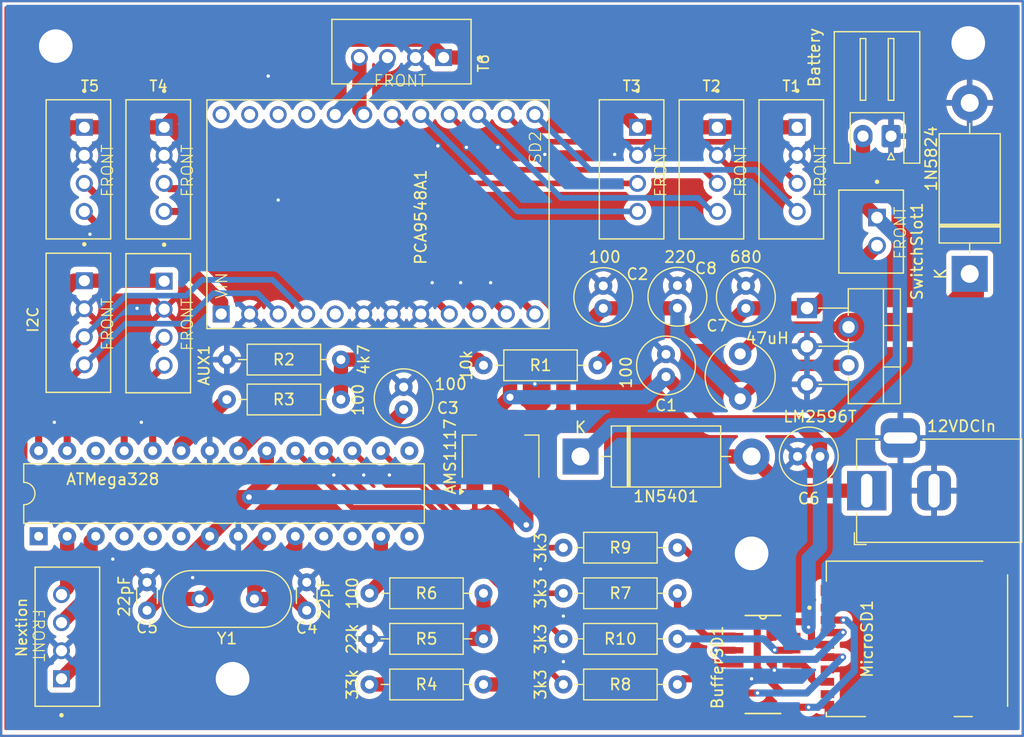
<source format=kicad_pcb>
(kicad_pcb (version 20240108) (generator "pcbnew") (generator_version "8.0")
  (layers (0 "F.Cu" signal) (31 "B.Cu" signal) (34 "B.Paste" user) (35 "F.Paste" user) (36 "B.SilkS" user "B.Silkscreen") (37 "F.SilkS" user "F.Silkscreen") (38 "B.Mask" user) (39 "F.Mask" user) (44 "Edge.Cuts" user))
  (net 0 "")
  (net 1 "3V3DC")
  (net 2 "GND")
  (net 3 "5VDC")
  (net 7 "VBatt")
  (net 8 "SDA5")
  (net 9 "SCL5")
  (net 10 "SDA4")
  (net 11 "SCL4")
  (net 12 "SDA3")
  (net 13 "SCL3")
  (net 14 "SCL2")
  (net 15 "SDA2")
  (net 16 "SCL1")
  (net 17 "SDA1")
  (net 18 "SCL0")
  (net 19 "SDA0")
  (net 20 "SCL")
  (net 21 "SDA")
  (net 22 "TX")
  (net 23 "RX")
  (net 24 "AUX1")
  (net 25 "AUX2")
  (net 26 "CLK_L")
  (net 27 "MOSI_L")
  (net 28 "CS_L")
  (net 29 "MISO_L")
  (net 30 "Net-(R1-Pad2)")
  (net 31 "Bat_Measure")
  (net 32 "Net-(R4-Pad2)")
  (net 33 "Chg_Indicator")
  (net 34 "MOSI")
  (net 35 "CLK")
  (net 36 "CS")
  (net 37 "MISO")
  (net 38 "Net-(ATMega328-XTAL2{slash}PB7)")
  (net 44 "Net-(ATMega328-XTAL1{slash}PB6)")
  (net 45 "Net-(ATMega328-AREF)")
  (net 47 "Net-(BufferSD1-B3)")
  (net 48 "Net-(BufferSD1-B1)")
  (net 49 "Net-(BufferSD1-B0)")
  (net 50 "Net-(BufferSD1-B2)")
  (net 62 "Net-(1N5401-K)")
  (net 63 "Net-(1N5401-A)")
  (net 64 "Net-(1N5824-K)")
  (footprint "Capacitor_THT:C_Disc_D3.0mm_W1.6mm_P2.50mm" (layer "F.Cu") (at 113.284 124.46 90)
    (property "Reference" "C5")
    (property "Value" "22pF")
  )
  (footprint "Resistor_THT:R_Axial_DIN0207_L6.3mm_D2.5mm_P10.16mm_Horizontal" (layer "F.Cu") (at 120.396 105.664)
    (property "Reference" "R3")
    (property "Value" "100")
  )
  (footprint "Project_Fania_Ersa:HRS_DM3AT-SF-PEJM5" (layer "F.Cu") (at 181.864 127 90)
    (property "Reference" "MicroSD1")
    (property "Value" "MicroSD")
  )
  (footprint "Resistor_THT:R_Axial_DIN0207_L6.3mm_D2.5mm_P10.16mm_Horizontal" (layer "F.Cu") (at 153.416 102.616 180)
    (property "Reference" "R1")
    (property "Value" "10k")
  )
  (footprint "Resistor_THT:R_Axial_DIN0207_L6.3mm_D2.5mm_P10.16mm_Horizontal" (layer "F.Cu") (at 130.556 102.108 180)
    (property "Reference" "R2")
    (property "Value" "4k7")
  )
  (footprint "Capacitor_THT:C_Radial_D5.0mm_H11.0mm_P2.00mm" (layer "F.Cu") (at 136.144 106.553 90)
    (property "Reference" "C3")
    (property "Value" "100")
  )
  (footprint "Package_TO_SOT_THT:TO-220-5_P3.4x3.7mm_StaggerOdd_Lead3.8mm_Vertical" (layer "F.Cu") (at 172.068 97.516 -90)
    (property "Reference" "LM2596T")
    (property "Value" "LM2596T-5")
  )
  (footprint "Diode_THT:D_DO-201AD_P15.24mm_Horizontal" (layer "F.Cu") (at 151.892 110.744)
    (property "Reference" "1N5401")
    (property "Value" "1N5401")
  )
  (footprint "Resistor_THT:R_Axial_DIN0207_L6.3mm_D2.5mm_P10.16mm_Horizontal" (layer "F.Cu") (at 143.256 127 180)
    (property "Reference" "R5")
    (property "Value" "22k")
  )
  (footprint "Resistor_THT:R_Axial_DIN0207_L6.3mm_D2.5mm_P10.16mm_Horizontal" (layer "F.Cu") (at 150.368 131.064)
    (property "Reference" "R8")
    (property "Value" "3k3")
  )
  (footprint "Capacitor_THT:C_Radial_D5.0mm_H11.0mm_P2.00mm" (layer "F.Cu") (at 173.228 110.744 180)
    (property "Reference" "C6")
    (property "Value" "100")
  )
  (footprint "Package_DIP:DIP-28_W7.62mm" (layer "F.Cu") (at 103.632 117.856 90)
    (property "Reference" "ATMega328")
    (property "Value" "ATmega328P-P")
  )
  (footprint "Connector_BarrelJack:BarrelJack_Horizontal" (layer "F.Cu") (at 177.388 113.792 180)
    (property "Reference" "12VDCIn")
    (property "Value" "12VDC In")
  )
  (footprint "Capacitor_THT:C_Radial_D5.0mm_H11.0mm_P2.00mm" (layer "F.Cu") (at 159.512 103.632 90)
    (property "Reference" "C1")
    (property "Value" "100")
  )
  (footprint "Capacitor_THT:C_Radial_D5.0mm_H11.0mm_P2.00mm" (layer "F.Cu") (at 166.624 97.536 90)
    (property "Reference" "C7")
    (property "Value" "680")
  )
  (footprint "Project_Fania_Ersa:JST_B4B-XH-A_LF__SN_" (layer "F.Cu") (at 114.283 85.15 90)
    (property "Reference" "T4")
    (property "Value" "T4")
  )
  (footprint "Project_Fania_Ersa:SOIC127P600X175-14N" (layer "F.Cu") (at 168.148 129.286)
    (property "Reference" "BufferSD1")
    (property "Value" "IC-SD")
  )
  (footprint "Project_Fania_Ersa:JST_B4B-XH-A_LF__SN_" (layer "F.Cu") (at 163.559 85.15 90)
    (property "Reference" "T2")
    (property "Value" "T2")
  )
  (footprint "Project_Fania_Ersa:JST_B4B-XH-A_LF__SN_" (layer "F.Cu") (at 106.189 126.806 -90)
    (property "Reference" "Nextion")
    (property "Value" "Nextion")
  )
  (footprint "Capacitor_THT:C_Disc_D3.0mm_W1.6mm_P2.50mm" (layer "F.Cu") (at 127.508 124.46 90)
    (property "Reference" "C4")
    (property "Value" "22pF")
  )
  (footprint "Resistor_THT:R_Axial_DIN0207_L6.3mm_D2.5mm_P10.16mm_Horizontal" (layer "F.Cu") (at 150.368 118.872)
    (property "Reference" "R9")
    (property "Value" "3k3")
  )
  (footprint "Package_TO_SOT_SMD:SOT-223-3_TabPin2" (layer "F.Cu") (at 144.78 110.744 90)
    (property "Reference" "AMS1117")
    (property "Value" "AMS1117")
  )
  (footprint "Project_Fania_Ersa:JST_B4B-XH-A_LF__SN_" (layer "F.Cu") (at 107.171 85.15 90)
    (property "Reference" "T5")
    (property "Value" "T5")
  )
  (footprint "Inductor_THT:L_Radial_D6.0mm_P4.00mm" (layer "F.Cu") (at 166.116 101.6 -90)
    (property "Reference" "47uH")
    (property "Value" "47" (hide yes))
  )
  (footprint "Capacitor_THT:C_Radial_D5.0mm_H11.0mm_P2.00mm" (layer "F.Cu") (at 160.528 97.504 90)
    (property "Reference" "C8")
    (property "Value" "220")
  )
  (footprint "Resistor_THT:R_Axial_DIN0207_L6.3mm_D2.5mm_P10.16mm_Horizontal" (layer "F.Cu") (at 150.368 122.936)
    (property "Reference" "R7")
    (property "Value" "3k3")
  )
  (footprint "Project_Fania_Ersa:JST_B4B-XH-A_LF__SN_" (layer "F.Cu") (at 114.283 98.866 90)
    (property "Reference" "AUX1")
    (property "Value" "AUX")
  )
  (footprint "Capacitor_THT:C_Radial_D5.0mm_H11.0mm_P2.00mm" (layer "F.Cu") (at 153.924 97.536 90)
    (property "Reference" "C2")
    (property "Value" "100")
  )
  (footprint "Resistor_THT:R_Axial_DIN0207_L6.3mm_D2.5mm_P10.16mm_Horizontal" (layer "F.Cu") (at 143.256 131.064 180)
    (property "Reference" "R4")
    (property "Value" "33k")
  )
  (footprint "Project_Fania_Ersa:JST_B4B-XH-A_LF__SN_" (layer "F.Cu") (at 107.171 98.826 90)
    (property "Reference" "I2C")
    (property "Value" "I2C")
  )
  (footprint "Resistor_THT:R_Axial_DIN0207_L6.3mm_D2.5mm_P10.16mm_Horizontal" (layer "F.Cu") (at 150.368 127)
    (property "Reference" "R10")
    (property "Value" "3k3")
  )
  (footprint "Project_Fania_Ersa:PCA9548A" (layer "F.Cu") (at 135.128 89.154 90)
    (property "Reference" "PCA9548A1")
    (property "Value" "PCA9548A_Board")
  )
  (footprint "Project_Fania_Ersa:JST_B4B-XH-A_LF__SN_" (layer "F.Cu") (at 135.95 74.659)
    (property "Reference" "T6")
    (property "Value" "T6")
  )
  (footprint "Connector_JST:JST_XH_S2B-XH-A_1x02_P2.50mm_Horizontal" (layer "F.Cu") (at 179.558 82.19 180)
    (property "Reference" "Battery")
    (property "Value" "Battery")
  )
  (footprint "Project_Fania_Ersa:JST_B4B-XH-A_LF__SN_" (layer "F.Cu") (at 156.447 85.15 90)
    (property "Reference" "T3")
    (property "Value" "T3")
  )
  (footprint "Crystal:Crystal_HC49-4H_Vertical" (layer "F.Cu") (at 122.846 123.444 180)
    (property "Reference" "Y1")
    (property "Value" "Crystal")
  )
  (footprint "Project_Fania_Ersa:JST_B2B-XH-A" (layer "F.Cu") (at 177.783 90.698 90)
    (property "Reference" "SwitchSlot1")
    (property "Value" "Switch")
  )
  (footprint "Project_Fania_Ersa:JST_B4B-XH-A_LF__SN_" (layer "F.Cu") (at 170.671 85.15 90)
    (property "Reference" "T1")
    (property "Value" "T1")
  )
  (footprint "Resistor_THT:R_Axial_DIN0207_L6.3mm_D2.5mm_P10.16mm_Horizontal" (layer "F.Cu") (at 133.096 122.936)
    (property "Reference" "R6")
    (property "Value" "100")
  )
  (footprint "Diode_THT:D_DO-201AD_P15.24mm_Horizontal" (layer "F.Cu") (at 186.563 94.4626 90)
    (property "Reference" "1N5824")
    (property "Value" "1N5824")
  )
  (gr_rect (start 100.288 70.1548) (end 191.288 135.6548) (stroke (width 0.2)) (fill none) (layer "F.Cu") (net 2))
  (gr_rect (start 100.288 70.1548) (end 191.288 135.6548) (stroke (width 0.2)) (fill none) (layer "B.Cu") (net 2))
  (segment (start 136.144 83.82) (end 149.86 97.536) (width 1.27) (layer "F.Cu") (net 1))
  (segment (start 115.436 81.4) (end 117.856 83.82) (width 1.27) (layer "F.Cu") (net 1))
  (segment (start 144.78 106.2482) (end 145.4658 105.5624) (width 1.27) (layer "F.Cu") (net 1))
  (segment (start 149.86 97.536) (end 149.86 99.06) (width 1.27) (layer "F.Cu") (net 1))
  (segment (start 173.004 127.525) (end 173.889 127.525) (width 0.635) (layer "F.Cu") (net 1))
  (segment (start 114.808 81.4) (end 115.436 81.4) (width 1.27) (layer "F.Cu") (net 1))
  (segment (start 114.808 81.4) (end 107.696 81.4) (width 1.27) (layer "F.Cu") (net 1))
  (segment (start 145.6182 103.3018) (end 145.6182 105.4608) (width 1.27) (layer "F.Cu") (net 1))
  (segment (start 119.888 97.028) (end 119.888 98.044) (width 1.27) (layer "F.Cu") (net 1))
  (segment (start 173.228 109.61263) (end 173.228 110.744) (width 1.27) (layer "F.Cu") (net 1))
  (segment (start 172.212 125.9586) (end 172.212 125.984) (width 0.635) (layer "F.Cu") (net 1))
  (segment (start 172.212 125.984) (end 172.466 126.238) (width 0.635) (layer "F.Cu") (net 1))
  (segment (start 139.7 75.184) (end 150.756 75.184) (width 1.27) (layer "F.Cu") (net 1))
  (segment (start 150.756 75.184) (end 156.972 81.4) (width 1.27) (layer "F.Cu") (net 1))
  (segment (start 108.2548 93.1926) (end 116.0526 93.1926) (width 1.27) (layer "F.Cu") (net 1))
  (segment (start 105.3592 90.297) (end 108.2548 93.1926) (width 1.27) (layer "F.Cu") (net 1))
  (segment (start 144.78 107.594) (end 144.78 113.894) (width 1.27) (layer "F.Cu") (net 1))
  (segment (start 105.3592 82.4484) (end 105.3592 90.297) (width 1.27) (layer "F.Cu") (net 1))
  (segment (start 171.704 125.476) (end 172.1866 125.9586) (width 0.635) (layer "F.Cu") (net 1))
  (segment (start 171.31137 107.696) (end 173.228 109.61263) (width 1.27) (layer "F.Cu") (net 1))
  (segment (start 117.856 83.82) (end 136.144 83.82) (width 1.27) (layer "F.Cu") (net 1))
  (segment (start 107.696 81.4) (end 106.4076 81.4) (width 1.27) (layer "F.Cu") (net 1))
  (segment (start 149.86 99.06) (end 145.6182 103.3018) (width 1.27) (layer "F.Cu") (net 1))
  (segment (start 170.688 125.476) (end 171.704 125.476) (width 0.635) (layer "F.Cu") (net 1))
  (segment (start 172.1866 125.9586) (end 172.212 125.9586) (width 0.635) (layer "F.Cu") (net 1))
  (segment (start 122.613 73.595) (end 138.111 73.595) (width 1.27) (layer "F.Cu") (net 1))
  (segment (start 159.512 103.632) (end 163.576 107.696) (width 1.27) (layer "F.Cu") (net 1))
  (segment (start 171.196 81.4) (end 156.972 81.4) (width 1.27) (layer "F.Cu") (net 1))
  (segment (start 172.466 126.238) (end 172.466 126.987) (width 0.635) (layer "F.Cu") (net 1))
  (segment (start 106.4076 81.4) (end 105.3592 82.4484) (width 1.27) (layer "F.Cu") (net 1))
  (segment (start 163.576 107.696) (end 171.31137 107.696) (width 1.27) (layer "F.Cu") (net 1))
  (segment (start 116.0526 93.1926) (end 119.888 97.028) (width 1.27) (layer "F.Cu") (net 1))
  (segment (start 144.78 107.594) (end 144.78 106.2482) (width 1.27) (layer "F.Cu") (net 1))
  (segment (start 138.111 73.595) (end 139.7 75.184) (width 1.27) (layer "F.Cu") (net 1))
  (segment (start 172.466 126.987) (end 173.004 127.525) (width 0.635) (layer "F.Cu") (net 1))
  (segment (start 114.808 81.4) (end 122.613 73.595) (width 1.27) (layer "F.Cu") (net 1))
  (via (at 145.6182 105.4608) (size 1.27) (drill 0.635) (layers "F.Cu" "B.Cu") (net 1))
  (via (at 172.212 125.9586) (size 0.6) (drill 0.3) (layers "F.Cu" "B.Cu") (net 1))
  (segment (start 173.228 118.8466) (end 172.212 119.8626) (width 1.27) (layer "B.Cu") (net 1))
  (segment (start 157.6832 105.4608) (end 159.512 103.632) (width 1.27) (layer "B.Cu") (net 1))
  (segment (start 173.228 110.744) (end 173.228 118.8466) (width 1.27) (layer "B.Cu") (net 1))
  (segment (start 172.212 119.8626) (end 172.212 125.9586) (width 1.27) (layer "B.Cu") (net 1))
  (segment (start 145.6182 105.4608) (end 157.6832 105.4608) (width 1.27) (layer "B.Cu") (net 1))
  (segment (start 169.926 130.556) (end 169.164 129.794) (width 0.508) (layer "F.Cu") (net 2))
  (segment (start 170.688 130.556) (end 169.926 130.556) (width 0.508) (layer "F.Cu") (net 2))
  (via (at 132.588 112.395) (size 0.6) (drill 0.3) (layers "F.Cu" "B.Cu") (net 2))
  (via (at 150.368 129.032) (size 0.6) (drill 0.3) (layers "F.Cu" "B.Cu") (net 2))
  (via (at 148.717 83.82) (size 0.6) (drill 0.3) (layers "F.Cu" "B.Cu") (net 2))
  (via (at 144.526 83.185) (size 0.6) (drill 0.3) (layers "F.Cu" "B.Cu") (net 2))
  (via (at 129.921 112.395) (size 0.6) (drill 0.3) (layers "F.Cu" "B.Cu") (net 2))
  (via (at 108.204 90.932) (size 0.6) (drill 0.3) (layers "F.Cu" "B.Cu") (net 2))
  (via (at 148.336 120.777) (size 0.6) (drill 0.3) (layers "F.Cu" "B.Cu") (net 2))
  (via (at 186.436 73.8886) (size 6) (drill 3) (layers "F.Cu" "B.Cu") (net 2))
  (via (at 147.828 104.267) (size 0.6) (drill 0.3) (layers "F.Cu" "B.Cu") (net 2))
  (via (at 105.029 107.696) (size 0.6) (drill 0.3) (layers "F.Cu" "B.Cu") (net 2))
  (via (at 117.348 121.539) (size 0.6) (drill 0.3) (layers "F.Cu" "B.Cu") (net 2))
  (via (at 110.236 119.888) (size 0.6) (drill 0.3) (layers "F.Cu" "B.Cu") (net 2))
  (via (at 105.156 74.168) (size 6) (drill 3) (layers "F.Cu" "B.Cu") (net 2))
  (via (at 141.732 83.185) (size 0.6) (drill 0.3) (layers "F.Cu" "B.Cu") (net 2))
  (via (at 139.192 83.058) (size 0.6) (drill 0.3) (layers "F.Cu" "B.Cu") (net 2))
  (via (at 134.874 112.395) (size 0.6) (drill 0.3) (layers "F.Cu" "B.Cu") (net 2))
  (via (at 138.684 95.25) (size 0.6) (drill 0.3) (layers "F.Cu" "B.Cu") (net 2))
  (via (at 124.968 87.884) (size 0.6) (drill 0.3) (layers "F.Cu" "B.Cu") (net 2))
  (via (at 169.164 129.794) (size 0.6) (drill 0.3) (layers "F.Cu" "B.Cu") (net 2))
  (via (at 167.132 130.556) (size 0.6) (drill 0.3) (layers "F.Cu" "B.Cu") (net 2))
  (via (at 154.94 83.82) (size 0.6) (drill 0.3) (layers "F.Cu" "B.Cu") (net 2))
  (via (at 112.776 107.696) (size 0.6) (drill 0.3) (layers "F.Cu" "B.Cu") (net 2))
  (via (at 141.224 95.25) (size 0.6) (drill 0.3) (layers "F.Cu" "B.Cu") (net 2))
  (via (at 150.368 124.968) (size 0.6) (drill 0.3) (layers "F.Cu" "B.Cu") (net 2))
  (via (at 143.891 95.25) (size 0.6) (drill 0.3) (layers "F.Cu" "B.Cu") (net 2))
  (via (at 167.132 119.38) (size 6) (drill 3) (layers "F.Cu" "B.Cu") (net 2))
  (via (at 124.079 76.835) (size 0.6) (drill 0.3) (layers "F.Cu" "B.Cu") (net 2))
  (via (at 120.904 130.556) (size 6) (drill 3) (layers "F.Cu" "B.Cu") (net 2))
  (via (at 112.395 97.536) (size 0.6) (drill 0.3) (layers "F.Cu" "B.Cu") (net 2))
  (segment (start 101.997 111.522) (end 104.8385 114.3635) (width 1.27) (layer "F.Cu") (net 3))
  (segment (start 112.776 119.888) (end 116.84 119.888) (width 1.27) (layer "F.Cu") (net 3))
  (segment (start 166.116 105.6) (end 169.1 102.616) (width 1.016) (layer "F.Cu") (net 3))
  (segment (start 107.696 95.076) (end 106.7778 95.076) (width 1.27) (layer "F.Cu") (net 3))
  (segment (start 105.664 130.556) (end 110.236 125.984) (width 1.27) (layer "F.Cu") (net 3))
  (segment (start 147.08 113.894) (end 147.08 109.968) (width 1.27) (layer "F.Cu") (net 3))
  (segment (start 160.496 97.536) (end 160.528 97.504) (width 1.27) (layer "F.Cu") (net 3))
  (segment (start 104.8385 114.3635) (end 122.3645 114.3635) (width 1.27) (layer "F.Cu") (net 3))
  (segment (start 123.952 112.776) (end 123.952 110.236) (width 1.27) (layer "F.Cu") (net 3))
  (segment (start 150.368 106.68) (end 150.368 101.092) (width 1.27) (layer "F.Cu") (net 3))
  (segment (start 147.08 113.894) (end 147.066 116.84) (width 1.27) (layer "F.Cu") (net 3))
  (segment (start 153.924 97.536) (end 160.496 97.536) (width 1.27) (layer "F.Cu") (net 3))
  (segment (start 114.768 95.076) (end 114.808 95.116) (width 1.27) (layer "F.Cu") (net 3))
  (segment (start 107.696 95.076) (end 114.768 95.076) (width 1.27) (layer "F.Cu") (net 3))
  (segment (start 147.08 109.968) (end 150.368 106.68) (width 1.27) (layer "F.Cu") (net 3))
  (segment (start 118.872 117.856) (end 122.3645 114.3635) (width 1.27) (layer "F.Cu") (net 3))
  (segment (start 150.368 101.092) (end 153.924 97.536) (width 1.27) (layer "F.Cu") (net 3))
  (segment (start 147.066 116.84) (end 147.08 116.572) (width 1.27) (layer "F.Cu") (net 3))
  (segment (start 110.236 125.984) (end 110.236 122.428) (width 1.27) (layer "F.Cu") (net 3))
  (segment (start 169.1 102.616) (end 175.768 102.616) (width 1.016) (layer "F.Cu") (net 3))
  (segment (start 110.236 122.428) (end 112.776 119.888) (width 1.27) (layer "F.Cu") (net 3))
  (segment (start 122.3645 114.3635) (end 123.952 112.776) (width 1.27) (layer "F.Cu") (net 3))
  (segment (start 116.84 119.888) (end 118.872 117.856) (width 1.27) (layer "F.Cu") (net 3))
  (segment (start 101.997 99.8568) (end 101.997 111.522) (width 1.27) (layer "F.Cu") (net 3))
  (segment (start 106.7778 95.076) (end 101.997 99.8568) (width 1.27) (layer "F.Cu") (net 3))
  (via (at 147.066 116.84) (size 1) (drill 0.5) (layers "F.Cu" "B.Cu") (net 3))
  (via (at 122.3645 114.3635) (size 1) (drill 0.5) (layers "F.Cu" "B.Cu") (net 3))
  (segment (start 122.3645 114.3635) (end 144.5895 114.3635) (width 1.27) (layer "B.Cu") (net 3))
  (segment (start 160.528 100.012) (end 166.116 105.6) (width 1.27) (layer "B.Cu") (net 3))
  (segment (start 160.528 97.504) (end 160.528 100.012) (width 1.27) (layer "B.Cu") (net 3))
  (segment (start 144.5895 114.3635) (end 147.066 116.84) (width 1.27) (layer "B.Cu") (net 3))
  (segment (start 164.592 99.568) (end 166.624 97.536) (width 1.27) (layer "F.Cu") (net 7))
  (segment (start 156.464 99.568) (end 164.592 99.568) (width 1.27) (layer "F.Cu") (net 7))
  (segment (start 166.624 97.536) (end 172.048 97.536) (width 1.27) (layer "F.Cu") (net 7))
  (segment (start 172.74 97.516) (end 178.308 91.948) (width 1.27) (layer "F.Cu") (net 7))
  (segment (start 172.048 97.536) (end 172.068 97.516) (width 1.27) (layer "F.Cu") (net 7))
  (segment (start 172.068 97.516) (end 172.74 97.516) (width 1.27) (layer "F.Cu") (net 7))
  (segment (start 153.416 102.616) (end 156.464 99.568) (width 1.27) (layer "F.Cu") (net 7))
  (segment (start 132.2 75.184) (end 132.2 79.876) (width 1.27) (layer "F.Cu") (net 8))
  (segment (start 132.2 79.876) (end 132.588 80.264) (width 1.27) (layer "F.Cu") (net 8))
  (segment (start 134.7 75.184) (end 134.7 75.612) (width 1.27) (layer "B.Cu") (net 9))
  (segment (start 134.7 75.612) (end 130.048 80.264) (width 1.27) (layer "B.Cu") (net 9))
  (segment (start 107.696 88.9) (end 110.3884 91.5924) (width 0.635) (layer "F.Cu") (net 10))
  (segment (start 133.7564 91.5924) (end 140.208 98.044) (width 0.635) (layer "F.Cu") (net 10))
  (segment (start 110.3884 91.5924) (end 133.7564 91.5924) (width 0.635) (layer "F.Cu") (net 10))
  (segment (start 111.7854 90.4494) (end 135.1534 90.4494) (width 0.635) (layer "F.Cu") (net 11))
  (segment (start 107.736 86.4) (end 111.7854 90.4494) (width 0.635) (layer "F.Cu") (net 11))
  (segment (start 107.696 86.4) (end 107.736 86.4) (width 0.635) (layer "F.Cu") (net 11))
  (segment (start 135.1534 90.4494) (end 142.748 98.044) (width 0.635) (layer "F.Cu") (net 11))
  (segment (start 114.808 88.9) (end 136.144 88.9) (width 0.635) (layer "F.Cu") (net 12))
  (segment (start 136.144 88.9) (end 145.288 98.044) (width 0.635) (layer "F.Cu") (net 12))
  (segment (start 115.276 86.868) (end 136.652 86.868) (width 0.635) (layer "F.Cu") (net 13))
  (segment (start 114.808 86.4) (end 115.276 86.868) (width 0.635) (layer "F.Cu") (net 13))
  (segment (start 136.652 86.868) (end 147.828 98.044) (width 0.635) (layer "F.Cu") (net 13))
  (segment (start 156.972 86.4) (end 141.264 86.4) (width 0.508) (layer "F.Cu") (net 14))
  (segment (start 141.264 86.4) (end 135.128 80.264) (width 0.508) (layer "F.Cu") (net 14))
  (segment (start 156.972 88.9) (end 146.304 88.9) (width 0.508) (layer "B.Cu") (net 15))
  (segment (start 146.304 88.9) (end 137.668 80.264) (width 0.508) (layer "B.Cu") (net 15))
  (segment (start 162.876 85.192) (end 145.136 85.192) (width 0.508) (layer "F.Cu") (net 16))
  (segment (start 145.136 85.192) (end 140.208 80.264) (width 0.508) (layer "F.Cu") (net 16))
  (segment (start 164.084 86.4) (end 162.876 85.192) (width 0.508) (layer "F.Cu") (net 16))
  (segment (start 163.576 88.9) (end 162.368 87.692) (width 0.508) (layer "B.Cu") (net 17))
  (segment (start 162.368 87.692) (end 150.176 87.692) (width 0.508) (layer "B.Cu") (net 17))
  (segment (start 164.084 88.9) (end 163.576 88.9) (width 0.508) (layer "B.Cu") (net 17))
  (segment (start 150.176 87.692) (end 142.748 80.264) (width 0.508) (layer "B.Cu") (net 17))
  (segment (start 147.716 82.692) (end 145.288 80.264) (width 0.508) (layer "F.Cu") (net 18))
  (segment (start 167.488 82.692) (end 147.716 82.692) (width 0.508) (layer "F.Cu") (net 18))
  (segment (start 171.196 86.4) (end 167.488 82.692) (width 0.508) (layer "F.Cu") (net 18))
  (segment (start 171.196 88.9) (end 167.488 85.192) (width 0.508) (layer "B.Cu") (net 19))
  (segment (start 167.488 85.192) (end 152.756 85.192) (width 0.508) (layer "B.Cu") (net 19))
  (segment (start 152.756 85.192) (end 147.828 80.264) (width 0.508) (layer "B.Cu") (net 19))
  (segment (start 103.632 104.14) (end 107.696 100.076) (width 0.635) (layer "F.Cu") (net 20))
  (segment (start 103.632 110.236) (end 103.632 104.14) (width 0.635) (layer "F.Cu") (net 20))
  (segment (start 124.46 94.996) (end 118.1862 94.996) (width 0.508) (layer "B.Cu") (net 20))
  (segment (start 127.508 98.044) (end 124.46 94.996) (width 0.508) (layer "B.Cu") (net 20))
  (segment (start 118.1862 94.996) (end 116.7742 96.408) (width 0.508) (layer "B.Cu") (net 20))
  (segment (start 111.364 96.408) (end 107.696 100.076) (width 0.508) (layer "B.Cu") (net 20))
  (segment (start 116.7742 96.408) (end 111.364 96.408) (width 0.508) (layer "B.Cu") (net 20))
  (segment (start 106.172 104.1) (end 106.172 110.236) (width 0.635) (layer "F.Cu") (net 21))
  (segment (start 107.696 102.576) (end 106.172 104.1) (width 0.635) (layer "F.Cu") (net 21))
  (segment (start 111.364 98.908) (end 107.696 102.576) (width 0.508) (layer "B.Cu") (net 21))
  (segment (start 124.968 98.044) (end 123.1138 96.1898) (width 0.508) (layer "B.Cu") (net 21))
  (segment (start 119.2022 96.1898) (end 116.484 98.908) (width 0.508) (layer "B.Cu") (net 21))
  (segment (start 116.484 98.908) (end 111.364 98.908) (width 0.508) (layer "B.Cu") (net 21))
  (segment (start 123.1138 96.1898) (end 119.2022 96.1898) (width 0.508) (layer "B.Cu") (net 21))
  (segment (start 108.258 122.962) (end 108.258 118.31) (width 1.27) (layer "F.Cu") (net 22))
  (segment (start 108.258 118.31) (end 108.712 117.856) (width 1.27) (layer "F.Cu") (net 22))
  (segment (start 105.664 125.556) (end 108.258 122.962) (width 1.27) (layer "F.Cu") (net 22))
  (segment (start 106.172 122.428) (end 106.172 117.856) (width 1.27) (layer "F.Cu") (net 23))
  (segment (start 105.664 122.936) (end 106.172 122.428) (width 1.27) (layer "F.Cu") (net 23))
  (segment (start 105.664 123.056) (end 105.664 122.936) (width 1.27) (layer "F.Cu") (net 23))
  (segment (start 113.792 103.632) (end 113.792 110.236) (width 0.635) (layer "F.Cu") (net 24))
  (segment (start 114.808 102.616) (end 113.792 103.632) (width 0.635) (layer "F.Cu") (net 24))
  (segment (start 114.808 100.116) (end 111.252 103.672) (width 0.635) (layer "F.Cu") (net 25))
  (segment (start 111.252 103.672) (end 111.252 110.236) (width 0.635) (layer "F.Cu") (net 25))
  (segment (start 175.1584 128.625) (end 175.2346 128.6256) (width 0.635) (layer "F.Cu") (net 26))
  (segment (start 167.6654 131.826) (end 167.64 131.826) (width 0.635) (layer "F.Cu") (net 26))
  (segment (start 173.889 128.625) (end 175.1584 128.625) (width 0.635) (layer "F.Cu") (net 26))
  (segment (start 175.2346 128.6256) (end 175.1596 128.625) (width 0.635) (layer "F.Cu") (net 26))
  (segment (start 165.608 131.826) (end 167.6654 131.826) (width 0.635) (layer "F.Cu") (net 26))
  (segment (start 175.1596 128.625) (end 175.159 128.625) (width 0.635) (layer "F.Cu") (net 26))
  (via (at 175.2346 128.6256) (size 0.6) (drill 0.3) (layers "F.Cu" "B.Cu") (net 26))
  (via (at 167.6654 131.826) (size 0.6) (drill 0.3) (layers "F.Cu" "B.Cu") (net 26))
  (segment (start 175.2346 128.6256) (end 172.0342 131.826) (width 0.635) (layer "B.Cu") (net 26))
  (segment (start 172.0342 131.826) (end 167.6654 131.826) (width 0.635) (layer "B.Cu") (net 26))
  (segment (start 165.608 128.016) (end 163.957 128.016) (width 0.635) (layer "F.Cu") (net 27))
  (segment (start 175.2854 126.4158) (end 175.2022 126.425) (width 0.635) (layer "F.Cu") (net 27))
  (segment (start 175.1838 126.425) (end 175.2854 126.4158) (width 0.635) (layer "F.Cu") (net 27))
  (segment (start 175.2022 126.425) (end 175.193 126.425) (width 0.635) (layer "F.Cu") (net 27))
  (segment (start 163.957 128.016) (end 164.084 128.016) (width 0.635) (layer "F.Cu") (net 27))
  (segment (start 173.889 126.425) (end 175.1838 126.425) (width 0.635) (layer "F.Cu") (net 27))
  (via (at 163.957 128.016) (size 0.6) (drill 0.3) (layers "F.Cu" "B.Cu") (net 27))
  (via (at 175.2854 126.4158) (size 0.6) (drill 0.3) (layers "F.Cu" "B.Cu") (net 27))
  (segment (start 172.8756 128.8256) (end 175.2854 126.4158) (width 0.635) (layer "B.Cu") (net 27))
  (segment (start 163.957 128.016) (end 164.7666 128.8256) (width 0.635) (layer "B.Cu") (net 27))
  (segment (start 164.7666 128.8256) (end 172.8756 128.8256) (width 0.635) (layer "B.Cu") (net 27))
  (segment (start 175.1838 125.325) (end 175.1824 125.325) (width 0.635) (layer "F.Cu") (net 28))
  (segment (start 170.688 133.096) (end 172.212 133.096) (width 0.635) (layer "F.Cu") (net 28))
  (segment (start 175.181 125.325) (end 175.3108 125.3236) (width 0.635) (layer "F.Cu") (net 28))
  (segment (start 175.3108 125.3236) (end 175.1838 125.325) (width 0.635) (layer "F.Cu") (net 28))
  (segment (start 173.889 125.325) (end 175.181 125.325) (width 0.635) (layer "F.Cu") (net 28))
  (via (at 172.212 133.096) (size 0.6) (drill 0.3) (layers "F.Cu" "B.Cu") (net 28))
  (via (at 175.3108 125.3236) (size 0.6) (drill 0.3) (layers "F.Cu" "B.Cu") (net 28))
  (segment (start 176.276 126.0602) (end 175.5394 125.3236) (width 0.635) (layer "B.Cu") (net 28))
  (segment (start 176.276 129.8702) (end 176.276 126.0602) (width 0.635) (layer "B.Cu") (net 28))
  (segment (start 173.0502 133.096) (end 176.276 129.8702) (width 0.635) (layer "B.Cu") (net 28))
  (segment (start 175.5394 125.3236) (end 175.3108 125.3236) (width 0.635) (layer "B.Cu") (net 28))
  (segment (start 172.212 133.096) (end 173.0502 133.096) (width 0.635) (layer "B.Cu") (net 28))
  (segment (start 171.704 129.286) (end 172.466 130.048) (width 0.635) (layer "F.Cu") (net 29))
  (segment (start 172.466 130.556) (end 172.735 130.825) (width 0.635) (layer "F.Cu") (net 29))
  (segment (start 170.688 129.286) (end 171.704 129.286) (width 0.635) (layer "F.Cu") (net 29))
  (segment (start 172.466 130.048) (end 172.466 130.556) (width 0.635) (layer "F.Cu") (net 29))
  (segment (start 172.735 130.825) (end 173.889 130.825) (width 0.635) (layer "F.Cu") (net 29))
  (segment (start 142.748 102.108) (end 143.256 102.616) (width 1.27) (layer "F.Cu") (net 30))
  (segment (start 130.556 102.108) (end 142.748 102.108) (width 1.27) (layer "F.Cu") (net 30))
  (segment (start 130.556 105.664) (end 130.556 102.108) (width 1.27) (layer "F.Cu") (net 30))
  (segment (start 116.332 109.728) (end 120.396 105.664) (width 1.27) (layer "F.Cu") (net 31))
  (segment (start 116.332 110.236) (end 116.332 109.728) (width 1.27) (layer "F.Cu") (net 31))
  (segment (start 136.652 131.064) (end 140.716 127) (width 1.27) (layer "F.Cu") (net 32))
  (segment (start 143.256 127) (end 143.256 122.936) (width 1.27) (layer "F.Cu") (net 32))
  (segment (start 133.096 131.064) (end 136.652 131.064) (width 1.27) (layer "F.Cu") (net 32))
  (segment (start 140.716 127) (end 143.256 127) (width 1.27) (layer "F.Cu") (net 32))
  (segment (start 134.112 117.856) (end 134.112 121.92) (width 1.27) (layer "F.Cu") (net 33))
  (segment (start 134.112 121.92) (end 133.096 122.936) (width 1.27) (layer "F.Cu") (net 33))
  (segment (start 134.62 113.284) (end 137.668 113.284) (width 0.508) (layer "F.Cu") (net 34))
  (segment (start 137.668 113.284) (end 147.32 122.936) (width 0.508) (layer "F.Cu") (net 34))
  (segment (start 147.32 122.936) (end 150.368 122.936) (width 0.508) (layer "F.Cu") (net 34))
  (segment (start 131.572 110.236) (end 134.62 113.284) (width 0.508) (layer "F.Cu") (net 34))
  (segment (start 131.572 115.316) (end 137.668 115.316) (width 0.508) (layer "F.Cu") (net 35))
  (segment (start 146.304 123.952) (end 146.304 127) (width 0.508) (layer "F.Cu") (net 35))
  (segment (start 146.304 127) (end 150.368 131.064) (width 0.508) (layer "F.Cu") (net 35))
  (segment (start 137.668 115.316) (end 146.304 123.952) (width 0.508) (layer "F.Cu") (net 35))
  (segment (start 126.492 110.236) (end 131.572 115.316) (width 0.508) (layer "F.Cu") (net 35))
  (segment (start 134.112 110.236) (end 136.144 112.268) (width 0.508) (layer "F.Cu") (net 36))
  (segment (start 136.144 112.268) (end 137.666808 112.268) (width 0.508) (layer "F.Cu") (net 36))
  (segment (start 144.270808 118.872) (end 150.368 118.872) (width 0.508) (layer "F.Cu") (net 36))
  (segment (start 137.666808 112.268) (end 144.270808 118.872) (width 0.508) (layer "F.Cu") (net 36))
  (segment (start 137.668 114.3) (end 150.368 127) (width 0.508) (layer "F.Cu") (net 37))
  (segment (start 133.096 114.3) (end 137.668 114.3) (width 0.508) (layer "F.Cu") (net 37))
  (segment (start 129.032 110.236) (end 133.096 114.3) (width 0.508) (layer "F.Cu") (net 37))
  (segment (start 122.846 122.428) (end 122.846 123.444) (width 1.27) (layer "F.Cu") (net 38))
  (segment (start 127.508 124.46) (end 126.492 123.444) (width 1.27) (layer "F.Cu") (net 38))
  (segment (start 126.492 118.782) (end 122.846 122.428) (width 1.27) (layer "F.Cu") (net 38))
  (segment (start 126.492 123.444) (end 122.846 123.444) (width 1.27) (layer "F.Cu") (net 38))
  (segment (start 126.492 117.856) (end 126.492 118.782) (width 1.27) (layer "F.Cu") (net 38))
  (segment (start 118.364 123.444) (end 117.966 123.444) (width 1.27) (layer "F.Cu") (net 44))
  (segment (start 123.952 117.856) (end 118.364 123.444) (width 1.27) (layer "F.Cu") (net 44))
  (segment (start 113.284 124.46) (end 114.3 123.444) (width 1.27) (layer "F.Cu") (net 44))
  (segment (start 114.3 123.444) (end 117.966 123.444) (width 1.27) (layer "F.Cu") (net 44))
  (segment (start 134.62 108.204) (end 136.144 106.68) (width 1.27) (layer "F.Cu") (net 45))
  (segment (start 123.444 108.204) (end 134.62 108.204) (width 1.27) (layer "F.Cu") (net 45))
  (segment (start 121.412 110.236) (end 123.444 108.204) (width 1.27) (layer "F.Cu") (net 45))
  (segment (start 170.688 131.826) (end 169.8435 131.826) (width 0.635) (layer "F.Cu") (net 47))
  (segment (start 167.64 129.6225) (end 167.64 125.476) (width 0.635) (layer "F.Cu") (net 47))
  (segment (start 161.036 118.872) (end 160.528 118.872) (width 0.635) (layer "F.Cu") (net 47))
  (segment (start 167.64 125.476) (end 161.036 118.872) (width 0.635) (layer "F.Cu") (net 47))
  (segment (start 169.8435 131.826) (end 167.64 129.6225) (width 0.635) (layer "F.Cu") (net 47))
  (segment (start 161.036 130.556) (end 165.608 130.556) (width 0.635) (layer "F.Cu") (net 48))
  (segment (start 160.528 131.064) (end 161.036 130.556) (width 0.635) (layer "F.Cu") (net 48))
  (segment (start 163.068 126.746) (end 165.608 126.746) (width 0.635) (layer "F.Cu") (net 49))
  (segment (start 160.528 124.206) (end 163.068 126.746) (width 0.635) (layer "F.Cu") (net 49))
  (segment (start 160.528 122.936) (end 160.528 124.206) (width 0.635) (layer "F.Cu") (net 49))
  (segment (start 169.1894 127.9906) (end 169.291 128.016) (width 0.635) (layer "F.Cu") (net 50))
  (segment (start 170.688 128.016) (end 169.3418 128.016) (width 0.635) (layer "F.Cu") (net 50))
  (segment (start 169.291 128.016) (end 169.3164 128.016) (width 0.635) (layer "F.Cu") (net 50))
  (segment (start 169.3418 128.016) (end 169.1894 127.9906) (width 0.635) (layer "F.Cu") (net 50))
  (via (at 169.1894 127.9906) (size 0.6) (drill 0.3) (layers "F.Cu" "B.Cu") (net 50))
  (segment (start 160.528 127) (end 168.1988 127) (width 0.635) (layer "B.Cu") (net 50))
  (segment (start 168.1988 127) (end 169.1894 127.9906) (width 0.635) (layer "B.Cu") (net 50))
  (segment (start 177.058 88.198) (end 178.308 89.448) (width 1.27) (layer "F.Cu") (net 62))
  (segment (start 177.058 82.19) (end 177.058 88.198) (width 1.27) (layer "F.Cu") (net 62))
  (segment (start 180.34 102.108) (end 180.34 91.48) (width 1.27) (layer "B.Cu") (net 62))
  (segment (start 151.892 110.744) (end 154.686 107.95) (width 1.27) (layer "B.Cu") (net 62))
  (segment (start 174.498 107.95) (end 180.34 102.108) (width 1.27) (layer "B.Cu") (net 62))
  (segment (start 180.34 91.48) (end 178.308 89.448) (width 1.27) (layer "B.Cu") (net 62))
  (segment (start 154.686 107.95) (end 174.498 107.95) (width 1.27) (layer "B.Cu") (net 62))
  (segment (start 170.18 113.792) (end 167.132 110.744) (width 1.27) (layer "F.Cu") (net 63))
  (segment (start 162.052 110.744) (end 167.132 110.744) (width 1.27) (layer "F.Cu") (net 63))
  (segment (start 143.256 131.064) (end 146.812 131.064) (width 1.27) (layer "F.Cu") (net 63))
  (segment (start 146.812 131.064) (end 148.844 133.096) (width 1.27) (layer "F.Cu") (net 63))
  (segment (start 148.844 133.096) (end 152.4 133.096) (width 1.27) (layer "F.Cu") (net 63))
  (segment (start 177.388 113.792) (end 170.18 113.792) (width 1.27) (layer "F.Cu") (net 63))
  (segment (start 152.4 120.396) (end 162.052 110.744) (width 1.27) (layer "F.Cu") (net 63))
  (segment (start 152.4 133.096) (end 152.4 120.396) (width 1.27) (layer "F.Cu") (net 63))
  (segment (start 183.6384 99.216) (end 175.768 99.216) (width 2.54) (layer "F.Cu") (net 64))
  (segment (start 168.5 99.216) (end 175.768 99.216) (width 1.016) (layer "F.Cu") (net 64))
  (segment (start 186.563 94.4626) (end 186.563 96.2914) (width 2.54) (layer "F.Cu") (net 64))
  (segment (start 166.116 101.6) (end 168.5 99.216) (width 1.016) (layer "F.Cu") (net 64))
  (segment (start 186.563 96.2914) (end 183.6384 99.216) (width 2.54) (layer "F.Cu") (net 64))
  (zone (net 2) (net_name "GND") (layer "F.Cu") (priority 1) (connect_pads (clearance 0.5)) (min_thickness 0.25) (fill yes (thermal_gap 0.5) (thermal_bridge_width 0.5))
    (polygon (pts (xy 100.584 70.612) (xy 100.584 135.128) (xy 191.008 135.128) (xy 191.008 70.612)))
  )
  (zone (net 2) (net_name "GND") (layer "B.Cu") (priority 2) (connect_pads (clearance 0.5)) (min_thickness 0.25) (fill yes (thermal_gap 0.5) (thermal_bridge_width 0.5))
    (polygon (pts (xy 100.711 135.128) (xy 191.008 135.128) (xy 191.008 70.485) (xy 100.711 70.485)))
  )
)
</source>
